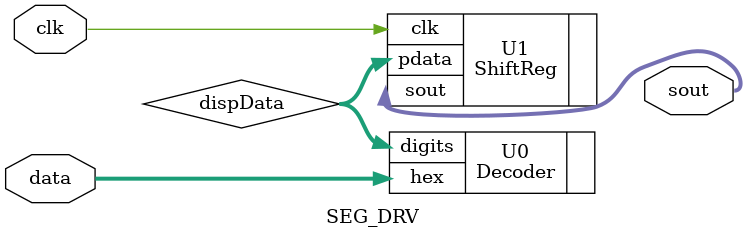
<source format=v>
`timescale 1ns / 1ps
module SEG_DRV(
	input wire clk,
	input wire [31:0] data,
	output wire [3:0] sout
    );
	 
	 wire [63:0] dispData;
	 Decoder U0(.hex(data),.digits(dispData));//译码
	 ShiftReg #(.WIDTH(64)) U1(.clk(clk),.pdata(dispData),.sout(sout)); //调用移位寄存器

endmodule

</source>
